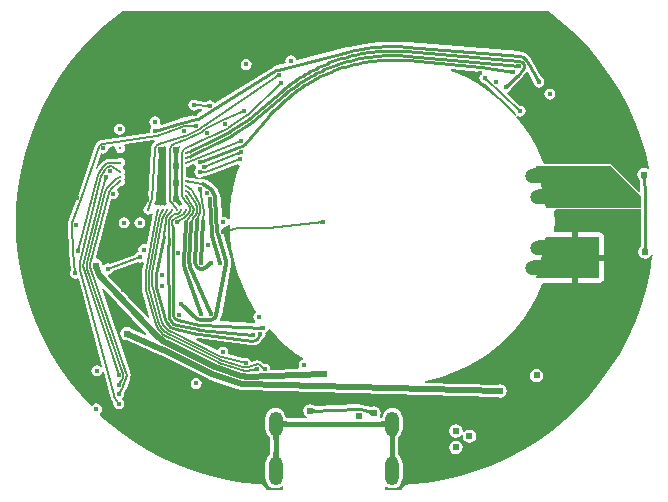
<source format=gbl>
G04*
G04 #@! TF.GenerationSoftware,Altium Limited,Altium Designer,22.5.1 (42)*
G04*
G04 Layer_Physical_Order=4*
G04 Layer_Color=16711680*
%FSLAX25Y25*%
%MOIN*%
G70*
G04*
G04 #@! TF.SameCoordinates,9CEDE495-3556-4083-ABEA-689295A2F9E5*
G04*
G04*
G04 #@! TF.FilePolarity,Positive*
G04*
G01*
G75*
%ADD10C,0.01000*%
%ADD12C,0.00600*%
%ADD57O,0.04724X0.08268*%
%ADD58O,0.04724X0.09449*%
%ADD61C,0.01500*%
%ADD62C,0.02000*%
%ADD74R,0.06299X0.03551*%
%ADD75O,0.08000X0.05000*%
%ADD76C,0.01600*%
%ADD77C,0.02400*%
%ADD78C,0.01200*%
%ADD79C,0.02362*%
%ADD80C,0.01390*%
G04:AMPARAMS|DCode=81|XSize=137.8mil|YSize=118.11mil|CornerRadius=11.81mil|HoleSize=0mil|Usage=FLASHONLY|Rotation=180.000|XOffset=0mil|YOffset=0mil|HoleType=Round|Shape=RoundedRectangle|*
%AMROUNDEDRECTD81*
21,1,0.13780,0.09449,0,0,180.0*
21,1,0.11417,0.11811,0,0,180.0*
1,1,0.02362,-0.05709,0.04724*
1,1,0.02362,0.05709,0.04724*
1,1,0.02362,0.05709,-0.04724*
1,1,0.02362,-0.05709,-0.04724*
%
%ADD81ROUNDEDRECTD81*%
G36*
X238450Y248444D02*
X238435Y248457D01*
X238412Y248469D01*
X238381Y248481D01*
X238341Y248492D01*
X238292Y248503D01*
X238170Y248524D01*
X237925Y248552D01*
X238014Y249548D01*
X238105Y249540D01*
X238434Y249531D01*
X238476Y249535D01*
X238509Y249541D01*
X238534Y249550D01*
X238551Y249559D01*
X238450Y248444D01*
D02*
G37*
G36*
X236373Y247447D02*
X236701Y247419D01*
X236743Y247420D01*
X236776Y247424D01*
X236802Y247431D01*
X236820Y247440D01*
X236651Y246332D01*
X236637Y246346D01*
X236614Y246360D01*
X236584Y246374D01*
X236544Y246387D01*
X236497Y246401D01*
X236376Y246429D01*
X236133Y246472D01*
X236283Y247461D01*
X236373Y247447D01*
D02*
G37*
G36*
X159037Y245117D02*
X158966Y245129D01*
X158896Y245135D01*
X158826Y245135D01*
X158756Y245129D01*
X158688Y245117D01*
X158619Y245100D01*
X158552Y245076D01*
X158485Y245047D01*
X158418Y245012D01*
X158352Y244971D01*
X158018Y245469D01*
X158081Y245515D01*
X158139Y245563D01*
X158192Y245614D01*
X158239Y245667D01*
X158281Y245724D01*
X158318Y245783D01*
X158350Y245845D01*
X158376Y245910D01*
X158398Y245977D01*
X158414Y246047D01*
X159037Y245117D01*
D02*
G37*
G36*
X228504Y244848D02*
X228515Y244778D01*
X228530Y244710D01*
X228552Y244644D01*
X228579Y244579D01*
X228611Y244517D01*
X228650Y244456D01*
X228694Y244398D01*
X228743Y244341D01*
X228798Y244286D01*
X228389Y243847D01*
X228330Y243898D01*
X228270Y243944D01*
X228208Y243984D01*
X228145Y244017D01*
X228081Y244046D01*
X228015Y244068D01*
X227947Y244085D01*
X227878Y244096D01*
X227808Y244101D01*
X227736Y244101D01*
X228500Y244920D01*
X228504Y244848D01*
D02*
G37*
G36*
X245730Y244672D02*
X245906Y244394D01*
X245932Y244361D01*
X245956Y244337D01*
X245976Y244321D01*
X245994Y244312D01*
X245011Y243776D01*
X245013Y243796D01*
X245010Y243822D01*
X245003Y243855D01*
X244990Y243894D01*
X244972Y243941D01*
X244922Y244053D01*
X244808Y244273D01*
X245686Y244752D01*
X245730Y244672D01*
D02*
G37*
G36*
X159872Y242500D02*
X159800Y242500D01*
X159730Y242494D01*
X159661Y242482D01*
X159594Y242465D01*
X159528Y242442D01*
X159464Y242413D01*
X159401Y242378D01*
X159340Y242338D01*
X159280Y242292D01*
X159222Y242240D01*
X158808Y242675D01*
X158863Y242730D01*
X158912Y242788D01*
X158955Y242847D01*
X158993Y242908D01*
X159025Y242970D01*
X159051Y243035D01*
X159072Y243102D01*
X159087Y243170D01*
X159096Y243240D01*
X159100Y243312D01*
X159872Y242500D01*
D02*
G37*
G36*
X235912Y242303D02*
X235847Y242240D01*
X235623Y241998D01*
X235599Y241964D01*
X235581Y241935D01*
X235571Y241911D01*
X235567Y241892D01*
X234795Y242703D01*
X234814Y242706D01*
X234839Y242715D01*
X234869Y242731D01*
X234904Y242754D01*
X234944Y242783D01*
X235040Y242861D01*
X235222Y243027D01*
X235912Y242303D01*
D02*
G37*
G36*
X250146Y266307D02*
X254575Y262672D01*
X258756Y258756D01*
X262672Y254575D01*
X266307Y250146D01*
X269644Y245489D01*
X272669Y240624D01*
X275370Y235572D01*
X277734Y230353D01*
X279752Y224992D01*
X281415Y219509D01*
X282494Y214882D01*
X282052Y214576D01*
X281758Y214772D01*
X280900Y214943D01*
X280042Y214772D01*
X279314Y214286D01*
X278828Y213558D01*
X278657Y212700D01*
X278828Y211842D01*
X279314Y211114D01*
X279439Y211030D01*
X279602Y207156D01*
X279145Y206955D01*
X270116Y215984D01*
X269733Y216142D01*
X269733Y216142D01*
X247484D01*
X246946Y217601D01*
X245163Y221467D01*
X243083Y225182D01*
X240718Y228722D01*
X238082Y232065D01*
X238449Y232404D01*
X238898Y232104D01*
X239600Y231965D01*
X240302Y232104D01*
X240898Y232502D01*
X241296Y233098D01*
X241435Y233800D01*
X241296Y234502D01*
X240898Y235098D01*
X240302Y235496D01*
X239600Y235635D01*
X239580Y235631D01*
X235214Y239704D01*
X235351Y240185D01*
X235470Y240208D01*
X236065Y240606D01*
X236463Y241201D01*
X236513Y241454D01*
X239596Y244389D01*
X239616Y244418D01*
X239654Y244446D01*
X239778Y244608D01*
X239871Y244685D01*
X241640Y246835D01*
X241655Y246862D01*
X241978Y246911D01*
X242238Y246837D01*
X243966Y243668D01*
X243940Y243543D01*
X244080Y242840D01*
X244478Y242245D01*
X245074Y241847D01*
X245776Y241707D01*
X246478Y241847D01*
X247074Y242245D01*
X247471Y242840D01*
X247611Y243543D01*
X247471Y244245D01*
X247074Y244840D01*
X246659Y245117D01*
X243310Y251262D01*
X243305Y251267D01*
X243262Y251371D01*
X242493Y252374D01*
X241490Y253143D01*
X240323Y253627D01*
X239619Y253719D01*
X239465Y253764D01*
X202274Y256818D01*
X201780Y256868D01*
X201576Y256892D01*
X201283Y256904D01*
X196850Y257078D01*
X192125Y256892D01*
X187429Y256336D01*
X182791Y255414D01*
X181915Y255167D01*
X181854Y255164D01*
X165266Y250898D01*
X164843Y251164D01*
X164796Y251402D01*
X164398Y251998D01*
X163802Y252396D01*
X163100Y252535D01*
X162398Y252396D01*
X161802Y251998D01*
X161404Y251402D01*
X161265Y250700D01*
X161404Y249998D01*
X161365Y249894D01*
X158371Y249125D01*
X158356Y249117D01*
X158338Y249115D01*
X157536Y248782D01*
X157484Y248743D01*
X157441Y248727D01*
X137679Y236426D01*
X137298Y236998D01*
X136702Y237396D01*
X136000Y237535D01*
X135298Y237396D01*
X134792Y237058D01*
X132016Y237131D01*
X132012Y237137D01*
X131416Y237535D01*
X130714Y237675D01*
X130012Y237535D01*
X129416Y237137D01*
X129019Y236542D01*
X128879Y235839D01*
X129019Y235137D01*
X129416Y234542D01*
X130012Y234144D01*
X130714Y234004D01*
X131416Y234144D01*
X131922Y234482D01*
X133440Y234442D01*
X133565Y233957D01*
X131302Y232629D01*
X131292Y232645D01*
X131221Y232616D01*
X130738Y232487D01*
X126445Y231502D01*
X126415Y231488D01*
X126288Y231471D01*
X126123Y231403D01*
X126065Y231396D01*
X119924Y229397D01*
X119535Y229796D01*
X119632Y230284D01*
X119492Y230987D01*
X119095Y231582D01*
X118499Y231980D01*
X117797Y232120D01*
X117095Y231980D01*
X116499Y231582D01*
X116101Y230987D01*
X115962Y230284D01*
X116101Y229582D01*
X116499Y228987D01*
X116573Y228937D01*
X116592Y228323D01*
X116280Y227856D01*
X116140Y227153D01*
X116173Y226988D01*
X115884Y226580D01*
X100190Y224358D01*
X100073Y224317D01*
X99843Y224287D01*
X99138Y223995D01*
X98532Y223530D01*
X98067Y222924D01*
X97899Y222519D01*
X97826Y222392D01*
X92116Y205377D01*
X91938Y204920D01*
X91933Y204909D01*
X91956Y204900D01*
X88892Y197072D01*
X88872Y196958D01*
X88792Y196765D01*
X88692Y196008D01*
X88704Y195916D01*
X88696Y195856D01*
X89158Y186949D01*
X89180Y186860D01*
X89173Y186768D01*
X89854Y180872D01*
X89615Y180514D01*
X89476Y179812D01*
X89615Y179110D01*
X90013Y178514D01*
X90609Y178116D01*
X91311Y177977D01*
X92013Y178116D01*
X92427Y177960D01*
X100232Y148698D01*
X99770Y148489D01*
X99698Y148598D01*
X99102Y148996D01*
X98400Y149135D01*
X97698Y148996D01*
X97102Y148598D01*
X96704Y148002D01*
X96565Y147300D01*
X96704Y146598D01*
X97102Y146002D01*
X97698Y145604D01*
X98400Y145465D01*
X99102Y145604D01*
X99698Y146002D01*
X100096Y146598D01*
X100172Y146983D01*
X100685Y146999D01*
X102873Y138796D01*
X102875Y138793D01*
X102875Y138793D01*
X103167Y138087D01*
X103176Y138075D01*
X103180Y138064D01*
X103939Y136776D01*
X103865Y136400D01*
X104004Y135698D01*
X104402Y135102D01*
X104998Y134704D01*
X105700Y134565D01*
X106402Y134704D01*
X106998Y135102D01*
X107396Y135698D01*
X107535Y136400D01*
X107396Y137102D01*
X106998Y137698D01*
X106957Y137725D01*
Y138225D01*
X106998Y138252D01*
X107396Y138847D01*
X107535Y139550D01*
X107460Y139926D01*
X108220Y141213D01*
X108224Y141225D01*
X108233Y141237D01*
X108358Y141538D01*
X108435Y141661D01*
X109464Y144372D01*
X109481Y144476D01*
X109597Y144756D01*
X109734Y145800D01*
X109597Y146844D01*
X109515Y147043D01*
X109505Y147113D01*
X100050Y174644D01*
X100478Y174903D01*
X114932Y159634D01*
X114644Y159225D01*
X110139Y161207D01*
X110086Y161286D01*
X109358Y161772D01*
X108500Y161943D01*
X107642Y161772D01*
X106914Y161286D01*
X106428Y160558D01*
X106257Y159700D01*
X106428Y158842D01*
X106914Y158114D01*
X107642Y157628D01*
X108500Y157457D01*
X108524Y157462D01*
X119365Y152694D01*
X119813Y152485D01*
X119815Y152484D01*
X119829Y152489D01*
X135848Y144440D01*
X136006Y144397D01*
X136516Y144124D01*
X137139Y143935D01*
X137295Y143848D01*
X145232Y141295D01*
X145443Y141271D01*
X146236Y141030D01*
X147612Y140895D01*
X147745Y140864D01*
X147757Y140864D01*
X147757Y140864D01*
X147758Y140864D01*
X231926Y138551D01*
X232013Y138493D01*
X232872Y138322D01*
X233730Y138493D01*
X234458Y138979D01*
X234944Y139707D01*
X235115Y140565D01*
X234944Y141424D01*
X234458Y142151D01*
X233730Y142638D01*
X232872Y142808D01*
X232013Y142638D01*
X232001Y142629D01*
X207866Y143292D01*
X207824Y143791D01*
X209508Y144126D01*
X213606Y145281D01*
X217601Y146755D01*
X221467Y148537D01*
X225182Y150618D01*
X228722Y152983D01*
X232065Y155619D01*
X235192Y158509D01*
X238082Y161635D01*
X240718Y164979D01*
X243083Y168519D01*
X245163Y172234D01*
X246946Y176100D01*
X247085Y176477D01*
X265790D01*
X266258Y176570D01*
X266655Y176835D01*
X267065Y177245D01*
X267330Y177642D01*
X267424Y178110D01*
Y191990D01*
X267330Y192458D01*
X267065Y192855D01*
X266655Y193265D01*
X266258Y193530D01*
X265790Y193623D01*
X251307D01*
X250961Y193984D01*
X251073Y196850D01*
X250924Y200660D01*
X251390Y201160D01*
X279667D01*
X279670Y188524D01*
X279614Y188486D01*
X279128Y187758D01*
X278957Y186900D01*
X279128Y186042D01*
X279614Y185314D01*
X280342Y184828D01*
X281200Y184657D01*
X282058Y184828D01*
X282786Y185314D01*
X283197Y185929D01*
X283682Y185755D01*
X283649Y185423D01*
X282716Y179771D01*
X281415Y174191D01*
X279752Y168709D01*
X277734Y163347D01*
X275370Y158129D01*
X272669Y153076D01*
X269644Y148211D01*
X266307Y143554D01*
X262672Y139126D01*
X258756Y134944D01*
X254575Y131028D01*
X250146Y127394D01*
X245490Y124057D01*
X240624Y121031D01*
X235572Y118331D01*
X230354Y115966D01*
X224992Y113949D01*
X219510Y112285D01*
X213930Y110985D01*
X208278Y110051D01*
X203069Y109538D01*
X202576Y109493D01*
Y109493D01*
X201990Y109416D01*
X201260Y109114D01*
X200633Y108633D01*
X200152Y108006D01*
X199973Y107574D01*
X196851D01*
X196850Y107574D01*
X196850Y107574D01*
X194426D01*
Y108736D01*
X194926Y108983D01*
X195293Y108701D01*
X196110Y108362D01*
X196988Y108247D01*
X197866Y108362D01*
X198684Y108701D01*
X199386Y109240D01*
X199925Y109942D01*
X200264Y110760D01*
X200379Y111638D01*
Y116362D01*
X200264Y117240D01*
X199925Y118058D01*
X199386Y118760D01*
X198773Y119231D01*
Y125108D01*
X199386Y125578D01*
X199925Y126281D01*
X200264Y127099D01*
X200379Y127976D01*
Y131520D01*
X200264Y132397D01*
X199925Y133215D01*
X199386Y133918D01*
X198684Y134457D01*
X197866Y134795D01*
X196988Y134911D01*
X196110Y134795D01*
X195293Y134457D01*
X194590Y133918D01*
X194051Y133215D01*
X193712Y132397D01*
X193599Y131532D01*
X192935D01*
X192668Y132032D01*
X192868Y132332D01*
X193039Y133190D01*
X192868Y134048D01*
X192382Y134776D01*
X191654Y135262D01*
X190796Y135433D01*
X189937Y135262D01*
X189717Y135115D01*
X186910Y135965D01*
X186873Y135969D01*
X186792Y136002D01*
X185800Y136133D01*
X185702Y136120D01*
X185659Y136127D01*
X171082Y135589D01*
X170358Y136072D01*
X169500Y136243D01*
X168642Y136072D01*
X167914Y135586D01*
X167428Y134858D01*
X167257Y134000D01*
X167428Y133142D01*
X167914Y132414D01*
X168485Y132032D01*
X168333Y131532D01*
X161401D01*
X161287Y132397D01*
X160949Y133215D01*
X160410Y133918D01*
X159707Y134457D01*
X158889Y134795D01*
X158012Y134911D01*
X157134Y134795D01*
X156316Y134457D01*
X155614Y133918D01*
X155075Y133215D01*
X154736Y132397D01*
X154621Y131520D01*
Y127976D01*
X154736Y127099D01*
X155075Y126281D01*
X155614Y125578D01*
X156228Y125108D01*
Y119231D01*
X155614Y118760D01*
X155075Y118058D01*
X154736Y117240D01*
X154621Y116362D01*
Y111638D01*
X154736Y110760D01*
X155075Y109942D01*
X155614Y109240D01*
X156316Y108701D01*
X157134Y108362D01*
X158012Y108247D01*
X158889Y108362D01*
X159707Y108701D01*
X160151Y109041D01*
X160651Y108794D01*
Y107574D01*
X155119Y107574D01*
X154917Y108062D01*
X154436Y108689D01*
X153809Y109169D01*
X153079Y109472D01*
X152519Y109546D01*
X152521Y109566D01*
X147590Y110051D01*
X141937Y110985D01*
X136358Y112285D01*
X130876Y113949D01*
X125514Y115966D01*
X120296Y118331D01*
X115243Y121031D01*
X110378Y124057D01*
X105721Y127394D01*
X101293Y131028D01*
X99464Y132742D01*
X99504Y133240D01*
X99598Y133302D01*
X99996Y133898D01*
X100135Y134600D01*
X99996Y135302D01*
X99598Y135898D01*
X99002Y136296D01*
X98300Y136435D01*
X97598Y136296D01*
X97002Y135898D01*
X96899Y135744D01*
X96401Y135703D01*
X93195Y139126D01*
X89561Y143554D01*
X86224Y148211D01*
X83198Y153076D01*
X80498Y158129D01*
X78133Y163347D01*
X76115Y168709D01*
X74452Y174191D01*
X73151Y179771D01*
X72218Y185423D01*
X71657Y191124D01*
X71469Y196850D01*
X71657Y202576D01*
X72218Y208278D01*
X73151Y213930D01*
X74452Y219510D01*
X76115Y224992D01*
X78133Y230354D01*
X80498Y235572D01*
X83198Y240624D01*
X86224Y245490D01*
X89561Y250146D01*
X93195Y254575D01*
X97111Y258756D01*
X101293Y262672D01*
X105721Y266307D01*
X106864Y267126D01*
X249003D01*
X250146Y266307D01*
D02*
G37*
G36*
X131351Y236333D02*
X131405Y236288D01*
X131462Y236247D01*
X131522Y236212D01*
X131585Y236181D01*
X131650Y236156D01*
X131719Y236136D01*
X131791Y236122D01*
X131866Y236112D01*
X131943Y236107D01*
X131927Y235507D01*
X131850Y235507D01*
X131775Y235501D01*
X131702Y235490D01*
X131632Y235473D01*
X131565Y235452D01*
X131501Y235425D01*
X131439Y235393D01*
X131380Y235355D01*
X131324Y235313D01*
X131271Y235264D01*
X131300Y236384D01*
X131351Y236333D01*
D02*
G37*
G36*
X135414Y235155D02*
X135363Y235206D01*
X135309Y235252D01*
X135252Y235292D01*
X135192Y235328D01*
X135129Y235358D01*
X135064Y235383D01*
X134995Y235403D01*
X134923Y235418D01*
X134848Y235428D01*
X134771Y235432D01*
X134787Y236032D01*
X134864Y236033D01*
X134940Y236038D01*
X135012Y236050D01*
X135082Y236066D01*
X135149Y236088D01*
X135213Y236115D01*
X135275Y236147D01*
X135334Y236184D01*
X135390Y236227D01*
X135444Y236275D01*
X135414Y235155D01*
D02*
G37*
G36*
X238970Y234802D02*
X239030Y234756D01*
X239091Y234717D01*
X239155Y234683D01*
X239219Y234654D01*
X239285Y234632D01*
X239353Y234615D01*
X239422Y234604D01*
X239492Y234599D01*
X239564Y234599D01*
X238800Y233780D01*
X238796Y233852D01*
X238785Y233922D01*
X238770Y233990D01*
X238748Y234056D01*
X238721Y234121D01*
X238689Y234183D01*
X238650Y234244D01*
X238607Y234302D01*
X238557Y234359D01*
X238502Y234414D01*
X238911Y234853D01*
X238970Y234802D01*
D02*
G37*
G36*
X147278Y233067D02*
X147211Y233094D01*
X147144Y233114D01*
X147075Y233129D01*
X147006Y233138D01*
X146937Y233141D01*
X146866Y233137D01*
X146795Y233129D01*
X146723Y233114D01*
X146651Y233093D01*
X146578Y233067D01*
X146354Y233624D01*
X146426Y233655D01*
X146492Y233690D01*
X146554Y233729D01*
X146612Y233772D01*
X146665Y233818D01*
X146713Y233868D01*
X146757Y233922D01*
X146796Y233980D01*
X146831Y234042D01*
X146861Y234107D01*
X147278Y233067D01*
D02*
G37*
G36*
X226206Y246941D02*
X226205Y246932D01*
X226219Y246926D01*
X226406Y246789D01*
X226429Y246216D01*
X226402Y246198D01*
X226004Y245602D01*
X225865Y244900D01*
X226004Y244198D01*
X226402Y243602D01*
X226998Y243204D01*
X227700Y243065D01*
X227720Y243069D01*
X237789Y233676D01*
X237904Y233098D01*
X238155Y232723D01*
X237761Y232412D01*
X235192Y235192D01*
X232065Y238082D01*
X228722Y240718D01*
X225182Y243083D01*
X221467Y245163D01*
X217601Y246946D01*
X216438Y247375D01*
X216549Y247862D01*
X226206Y246941D01*
D02*
G37*
G36*
X131085Y228441D02*
X131030Y228487D01*
X130972Y228528D01*
X130912Y228564D01*
X130849Y228594D01*
X130784Y228619D01*
X130716Y228638D01*
X130646Y228652D01*
X130573Y228661D01*
X130498Y228665D01*
X130420Y228663D01*
X130385Y229261D01*
X130463Y229269D01*
X130537Y229281D01*
X130608Y229298D01*
X130676Y229320D01*
X130741Y229348D01*
X130803Y229380D01*
X130862Y229417D01*
X130917Y229460D01*
X130970Y229507D01*
X131019Y229559D01*
X131085Y228441D01*
D02*
G37*
G36*
X119181Y227020D02*
X119094Y226991D01*
X118788Y226870D01*
X118752Y226850D01*
X118724Y226831D01*
X118704Y226814D01*
X118692Y226798D01*
X118345Y227863D01*
X118364Y227857D01*
X118390Y227855D01*
X118424Y227856D01*
X118465Y227861D01*
X118514Y227870D01*
X118634Y227900D01*
X118871Y227971D01*
X119181Y227020D01*
D02*
G37*
G36*
X146053Y223209D02*
X145986Y223236D01*
X145919Y223256D01*
X145850Y223271D01*
X145781Y223280D01*
X145712Y223283D01*
X145641Y223280D01*
X145570Y223272D01*
X145498Y223257D01*
X145426Y223237D01*
X145353Y223211D01*
X145132Y223768D01*
X145203Y223799D01*
X145269Y223834D01*
X145332Y223873D01*
X145389Y223916D01*
X145442Y223962D01*
X145491Y224012D01*
X145535Y224066D01*
X145575Y224123D01*
X145610Y224185D01*
X145640Y224250D01*
X146053Y223209D01*
D02*
G37*
G36*
X129152Y219919D02*
X129093Y219895D01*
X128987Y219845D01*
X128942Y219818D01*
X128902Y219792D01*
X128866Y219764D01*
X128836Y219736D01*
X128810Y219707D01*
X128789Y219677D01*
X128773Y219646D01*
X128475Y220431D01*
X128507Y220419D01*
X128542Y220411D01*
X128581Y220406D01*
X128622Y220406D01*
X128667Y220408D01*
X128715Y220415D01*
X128766Y220426D01*
X128821Y220440D01*
X128939Y220480D01*
X129152Y219919D01*
D02*
G37*
G36*
X117708Y223656D02*
X117409Y223426D01*
X116880Y222737D01*
X116547Y221934D01*
X116478Y221409D01*
X116443Y221276D01*
X115416Y204531D01*
X115397Y204532D01*
X115363Y204359D01*
X115363Y204359D01*
X115374Y204335D01*
X114664Y202271D01*
X114472Y202143D01*
X114118Y201613D01*
X113994Y200989D01*
X114118Y200365D01*
X114472Y199835D01*
X115001Y199482D01*
X115625Y199358D01*
X116250Y199482D01*
X116623Y199732D01*
X117071Y199441D01*
X116937Y198842D01*
X116884Y198609D01*
X116837Y198454D01*
X116828Y198361D01*
X116743Y197871D01*
X115191Y189602D01*
X114652Y189438D01*
X114055Y189557D01*
X113353Y189417D01*
X112757Y189019D01*
X112359Y188424D01*
X112220Y187721D01*
X112359Y187019D01*
X112154Y186907D01*
X112098Y186896D01*
X111502Y186498D01*
X111184Y186022D01*
X102830Y182977D01*
X102802Y182996D01*
X102100Y183135D01*
X101398Y182996D01*
X100802Y182598D01*
X100280Y182716D01*
X100172Y183258D01*
X99686Y183986D01*
X98958Y184472D01*
X98481Y184567D01*
X98106Y185115D01*
X103152Y204602D01*
X103175Y204611D01*
X103877Y204471D01*
X104579Y204611D01*
X105175Y205009D01*
X105573Y205604D01*
X105712Y206307D01*
X105573Y207009D01*
X105175Y207604D01*
X105163Y207793D01*
X106367Y208844D01*
X106801Y208931D01*
X107330Y209284D01*
X107684Y209813D01*
X107808Y210438D01*
X107684Y211062D01*
X107575Y211225D01*
X107684Y211388D01*
X107808Y212013D01*
X107684Y212637D01*
X107575Y212800D01*
X107684Y212963D01*
X107808Y213587D01*
X107684Y214212D01*
X107330Y214741D01*
X107149Y214861D01*
Y215463D01*
X107330Y215583D01*
X107684Y216113D01*
X107808Y216737D01*
X107684Y217361D01*
X107330Y217891D01*
X106801Y218244D01*
X106176Y218368D01*
X105552Y218244D01*
X105224Y218025D01*
X102729Y217923D01*
X102645Y217902D01*
X101849Y217798D01*
X100876Y217395D01*
X100041Y216753D01*
X99628Y216215D01*
X99539Y216126D01*
X98544Y214625D01*
X98090Y214847D01*
X99721Y219706D01*
X99898Y219766D01*
X100600Y219626D01*
X101302Y219766D01*
X101898Y220164D01*
X102296Y220759D01*
X102435Y221461D01*
X102402Y221627D01*
X102692Y222035D01*
X104225Y222252D01*
X104613Y221802D01*
X104545Y221461D01*
X104669Y220837D01*
X105023Y220308D01*
X105552Y219954D01*
X106176Y219830D01*
X106801Y219954D01*
X107330Y220308D01*
X107684Y220837D01*
X107808Y221461D01*
X107684Y222086D01*
X107591Y222224D01*
X107833Y222763D01*
X117508Y224133D01*
X117708Y223656D01*
D02*
G37*
G36*
X146018Y219365D02*
X145951Y219391D01*
X145883Y219411D01*
X145815Y219425D01*
X145746Y219433D01*
X145676Y219436D01*
X145606Y219432D01*
X145535Y219423D01*
X145463Y219408D01*
X145391Y219387D01*
X145318Y219360D01*
X145091Y219916D01*
X145162Y219947D01*
X145228Y219983D01*
X145290Y220022D01*
X145347Y220065D01*
X145400Y220112D01*
X145448Y220162D01*
X145492Y220217D01*
X145531Y220275D01*
X145565Y220336D01*
X145595Y220402D01*
X146018Y219365D01*
D02*
G37*
G36*
X129153Y218296D02*
X129092Y218275D01*
X128984Y218230D01*
X128938Y218207D01*
X128896Y218182D01*
X128859Y218156D01*
X128827Y218129D01*
X128800Y218102D01*
X128778Y218073D01*
X128760Y218043D01*
X128503Y218843D01*
X128534Y218829D01*
X128569Y218819D01*
X128607Y218812D01*
X128649Y218809D01*
X128694Y218810D01*
X128742Y218814D01*
X128794Y218822D01*
X128849Y218833D01*
X128969Y218867D01*
X129153Y218296D01*
D02*
G37*
G36*
X133944Y216709D02*
X133860Y216676D01*
X133561Y216538D01*
X133525Y216516D01*
X133498Y216495D01*
X133479Y216477D01*
X133468Y216461D01*
X133065Y217506D01*
X133084Y217501D01*
X133110Y217500D01*
X133144Y217503D01*
X133185Y217511D01*
X133233Y217522D01*
X133352Y217558D01*
X133584Y217642D01*
X133944Y216709D01*
D02*
G37*
G36*
X129152Y216783D02*
X129092Y216758D01*
X128988Y216706D01*
X128943Y216679D01*
X128903Y216652D01*
X128868Y216623D01*
X128838Y216595D01*
X128813Y216565D01*
X128792Y216535D01*
X128777Y216505D01*
X128467Y217285D01*
X128499Y217274D01*
X128535Y217266D01*
X128573Y217262D01*
X128615Y217262D01*
X128660Y217265D01*
X128708Y217272D01*
X128759Y217284D01*
X128813Y217299D01*
X128931Y217340D01*
X129152Y216783D01*
D02*
G37*
G36*
X145853Y217079D02*
X145787Y217108D01*
X145720Y217130D01*
X145652Y217147D01*
X145584Y217159D01*
X145514Y217164D01*
X145444Y217163D01*
X145372Y217157D01*
X145300Y217144D01*
X145227Y217126D01*
X145153Y217102D01*
X144949Y217667D01*
X145021Y217695D01*
X145089Y217728D01*
X145152Y217765D01*
X145211Y217806D01*
X145266Y217850D01*
X145316Y217899D01*
X145362Y217951D01*
X145403Y218008D01*
X145440Y218068D01*
X145472Y218132D01*
X145853Y217079D01*
D02*
G37*
G36*
X105765Y216300D02*
X105739Y216322D01*
X105708Y216341D01*
X105673Y216357D01*
X105634Y216371D01*
X105590Y216383D01*
X105543Y216392D01*
X105491Y216398D01*
X105435Y216402D01*
X105310Y216401D01*
X105285Y217001D01*
X105350Y217005D01*
X105465Y217019D01*
X105517Y217030D01*
X105563Y217042D01*
X105606Y217057D01*
X105644Y217074D01*
X105677Y217094D01*
X105706Y217115D01*
X105731Y217139D01*
X105765Y216300D01*
D02*
G37*
G36*
X135467Y215341D02*
X135396Y215310D01*
X135330Y215274D01*
X135268Y215235D01*
X135211Y215192D01*
X135158Y215145D01*
X135110Y215095D01*
X135066Y215040D01*
X135027Y214982D01*
X134993Y214921D01*
X134963Y214855D01*
X134540Y215892D01*
X134607Y215866D01*
X134675Y215846D01*
X134743Y215832D01*
X134812Y215824D01*
X134882Y215821D01*
X134953Y215825D01*
X135024Y215834D01*
X135095Y215849D01*
X135168Y215870D01*
X135240Y215897D01*
X135467Y215341D01*
D02*
G37*
G36*
X133322Y214080D02*
X133377Y214035D01*
X133434Y213996D01*
X133494Y213961D01*
X133558Y213931D01*
X133624Y213907D01*
X133693Y213888D01*
X133765Y213874D01*
X133839Y213865D01*
X133917Y213862D01*
X133909Y213262D01*
X133832Y213260D01*
X133756Y213253D01*
X133684Y213241D01*
X133615Y213224D01*
X133548Y213201D01*
X133484Y213174D01*
X133423Y213141D01*
X133364Y213103D01*
X133309Y213059D01*
X133256Y213010D01*
X133270Y214130D01*
X133322Y214080D01*
D02*
G37*
G36*
X281714Y211807D02*
X281659Y211729D01*
X281611Y211646D01*
X281571Y211558D01*
X281538Y211464D01*
X281511Y211364D01*
X281492Y211259D01*
X281479Y211149D01*
X281474Y211033D01*
X281476Y210912D01*
X280476Y210870D01*
X280468Y210991D01*
X280453Y211106D01*
X280431Y211215D01*
X280403Y211318D01*
X280368Y211415D01*
X280327Y211505D01*
X280279Y211590D01*
X280225Y211669D01*
X280164Y211742D01*
X280097Y211808D01*
X281775Y211879D01*
X281714Y211807D01*
D02*
G37*
G36*
X101881Y211096D02*
X101819Y211060D01*
X101761Y211019D01*
X101708Y210974D01*
X101658Y210925D01*
X101613Y210871D01*
X101573Y210814D01*
X101536Y210753D01*
X101504Y210687D01*
X101475Y210617D01*
X101451Y210543D01*
X100875Y210708D01*
X100894Y210784D01*
X100907Y210858D01*
X100914Y210931D01*
X100916Y211002D01*
X100912Y211073D01*
X100902Y211142D01*
X100886Y211210D01*
X100864Y211276D01*
X100837Y211341D01*
X100804Y211405D01*
X101881Y211096D01*
D02*
G37*
G36*
X128727Y210771D02*
X128754Y210747D01*
X128785Y210724D01*
X128822Y210704D01*
X128862Y210685D01*
X128908Y210668D01*
X128958Y210652D01*
X129012Y210639D01*
X129135Y210618D01*
X129055Y210023D01*
X128991Y210031D01*
X128875Y210036D01*
X128823Y210035D01*
X128774Y210031D01*
X128730Y210023D01*
X128690Y210013D01*
X128653Y210000D01*
X128621Y209983D01*
X128592Y209964D01*
X128704Y210797D01*
X128727Y210771D01*
D02*
G37*
G36*
X106130Y209840D02*
X106096Y209840D01*
X106059Y209836D01*
X106022Y209826D01*
X105982Y209813D01*
X105941Y209795D01*
X105899Y209772D01*
X105854Y209744D01*
X105808Y209712D01*
X105711Y209633D01*
X105316Y210085D01*
X105364Y210129D01*
X105446Y210212D01*
X105479Y210252D01*
X105507Y210292D01*
X105531Y210330D01*
X105550Y210367D01*
X105564Y210403D01*
X105573Y210438D01*
X105577Y210472D01*
X106130Y209840D01*
D02*
G37*
G36*
X133503Y207293D02*
X133469Y207231D01*
X133441Y207167D01*
X133419Y207101D01*
X133402Y207034D01*
X133391Y206964D01*
X133385Y206893D01*
X133385Y206820D01*
X133390Y206745D01*
X133402Y206667D01*
X132811Y206561D01*
X132795Y206638D01*
X132774Y206710D01*
X132748Y206779D01*
X132718Y206843D01*
X132683Y206905D01*
X132644Y206962D01*
X132600Y207016D01*
X132551Y207066D01*
X132498Y207113D01*
X132440Y207156D01*
X133543Y207354D01*
X133503Y207293D01*
D02*
G37*
G36*
X128801Y205538D02*
X128799Y205502D01*
X128802Y205463D01*
X128810Y205422D01*
X128821Y205379D01*
X128837Y205333D01*
X128857Y205285D01*
X128882Y205234D01*
X128944Y205126D01*
X128434Y204808D01*
X128399Y204862D01*
X128330Y204956D01*
X128295Y204995D01*
X128261Y205030D01*
X128227Y205059D01*
X128193Y205084D01*
X128160Y205103D01*
X128127Y205118D01*
X128094Y205128D01*
X128807Y205572D01*
X128801Y205538D01*
D02*
G37*
G36*
X121549Y221802D02*
X121453Y221072D01*
X121456D01*
Y204572D01*
X121453D01*
X121567Y203711D01*
X121816Y203109D01*
X121627Y202627D01*
X121547Y202545D01*
X121300Y202496D01*
X121137Y202387D01*
X120974Y202496D01*
X120350Y202620D01*
X119725Y202496D01*
X119562Y202387D01*
X119399Y202496D01*
X118775Y202620D01*
X118150Y202496D01*
X118051Y202430D01*
X117633Y202752D01*
X117887Y203491D01*
X117897Y203566D01*
X117958Y203711D01*
X118027Y204236D01*
X118062Y204369D01*
X119060Y220635D01*
X119107Y221113D01*
D01*
X119291Y221537D01*
X119294Y221541D01*
X119509Y221685D01*
X119571Y221697D01*
X119565Y221718D01*
X121197Y222217D01*
X121549Y221802D01*
D02*
G37*
G36*
X126434Y221917D02*
X126298Y221812D01*
X125865Y221248D01*
X125593Y220591D01*
X125505Y219919D01*
X125498Y219887D01*
Y205713D01*
X125505Y205681D01*
X125593Y205009D01*
X125865Y204352D01*
X125979Y204203D01*
X126028Y204098D01*
X126790Y203063D01*
X126515Y202594D01*
X126024Y202496D01*
X125861Y202387D01*
X125796Y202431D01*
X125533Y202774D01*
X125473Y202868D01*
X124293Y204107D01*
X124304Y204117D01*
X124170Y204319D01*
X124119Y204572D01*
X124107D01*
Y221072D01*
X124119D01*
X124170Y221326D01*
X124313Y221541D01*
X124528Y221685D01*
X124538Y221687D01*
X124533Y221699D01*
X126185Y222356D01*
X126434Y221917D01*
D02*
G37*
G36*
X279696Y205639D02*
Y201701D01*
X248142D01*
X247900Y202890D01*
X246887Y207867D01*
X246442Y209604D01*
X245300Y214053D01*
X244826Y215601D01*
X269733D01*
X279696Y205639D01*
D02*
G37*
G36*
X116195Y201723D02*
X116175Y201662D01*
X116146Y201549D01*
X116138Y201497D01*
X116132Y201449D01*
X116131Y201404D01*
X116133Y201363D01*
X116139Y201324D01*
X116148Y201289D01*
X116162Y201258D01*
X115367Y201531D01*
X115397Y201548D01*
X115426Y201569D01*
X115454Y201596D01*
X115482Y201627D01*
X115508Y201664D01*
X115534Y201705D01*
X115559Y201751D01*
X115582Y201802D01*
X115628Y201918D01*
X116195Y201723D01*
D02*
G37*
G36*
X119091Y200479D02*
X119063Y200459D01*
X119037Y200434D01*
X119012Y200405D01*
X118988Y200370D01*
X118966Y200331D01*
X118945Y200288D01*
X118926Y200239D01*
X118908Y200186D01*
X118876Y200065D01*
X118290Y200196D01*
X118303Y200259D01*
X118319Y200375D01*
X118322Y200427D01*
X118322Y200475D01*
X118318Y200520D01*
X118312Y200561D01*
X118301Y200599D01*
X118288Y200632D01*
X118272Y200662D01*
X119091Y200479D01*
D02*
G37*
G36*
X120575Y200433D02*
X120544Y200418D01*
X120513Y200398D01*
X120484Y200373D01*
X120455Y200343D01*
X120426Y200308D01*
X120398Y200269D01*
X120371Y200224D01*
X120344Y200175D01*
X120292Y200061D01*
X119737Y200290D01*
X119761Y200350D01*
X119796Y200461D01*
X119808Y200512D01*
X119816Y200560D01*
X119820Y200605D01*
X119820Y200646D01*
X119817Y200685D01*
X119809Y200720D01*
X119798Y200753D01*
X120575Y200433D01*
D02*
G37*
G36*
X131038Y216075D02*
X131436Y215480D01*
X131493Y215442D01*
Y214942D01*
X131394Y214876D01*
X130996Y214280D01*
X130856Y213578D01*
X130996Y212876D01*
X131394Y212280D01*
X131989Y211882D01*
X132692Y211743D01*
X133394Y211882D01*
X133923Y212236D01*
X134184Y212233D01*
X134201Y212236D01*
X134223Y212233D01*
X134980Y212333D01*
X135430Y212469D01*
X135504Y212499D01*
X135956Y212686D01*
X145466Y216125D01*
X145498Y216104D01*
X145777Y216049D01*
X146021Y215613D01*
X145281Y213606D01*
X144126Y209508D01*
X143821Y207977D01*
X143814Y207973D01*
X143814Y207973D01*
X143742Y207679D01*
X143717Y207486D01*
X143723Y207485D01*
X143723Y207484D01*
X143295Y205333D01*
X142795Y201105D01*
X142668Y197894D01*
X142163Y197751D01*
X141897Y198148D01*
X141302Y198546D01*
X140600Y198686D01*
X140428Y198652D01*
X140033Y198958D01*
X139713Y204668D01*
X139666Y204850D01*
X139591Y205423D01*
X139418Y205841D01*
X139371Y206030D01*
X138376Y208170D01*
X138302Y208272D01*
X138223Y208461D01*
X137632Y209232D01*
X136865Y209820D01*
X136857Y209827D01*
X135146Y210814D01*
X134751Y211042D01*
X134710Y211057D01*
X134529Y211153D01*
X134274Y211204D01*
X134112Y211259D01*
X134027Y211253D01*
X133867Y211285D01*
X133550Y211222D01*
X133439Y211214D01*
X133389Y211190D01*
X133206Y211153D01*
X133145Y211112D01*
X129324Y211627D01*
X128848Y211945D01*
X128224Y212069D01*
X128149Y212130D01*
Y215044D01*
X128224Y215106D01*
X128848Y215230D01*
X129377Y215583D01*
X129546Y215836D01*
X130664Y216279D01*
X131038Y216075D01*
D02*
G37*
G36*
X126316Y197182D02*
X126251Y197140D01*
X126191Y197095D01*
X126136Y197046D01*
X126086Y196995D01*
X126041Y196940D01*
X126002Y196883D01*
X125967Y196823D01*
X125938Y196759D01*
X125914Y196693D01*
X125894Y196623D01*
X125315Y197582D01*
X125385Y197567D01*
X125455Y197557D01*
X125525Y197554D01*
X125594Y197557D01*
X125664Y197565D01*
X125733Y197579D01*
X125801Y197600D01*
X125870Y197626D01*
X125938Y197658D01*
X126006Y197696D01*
X126316Y197182D01*
D02*
G37*
G36*
X173190Y196234D02*
X173133Y196278D01*
X173073Y196316D01*
X173011Y196349D01*
X172947Y196376D01*
X172881Y196398D01*
X172813Y196414D01*
X172742Y196425D01*
X172669Y196431D01*
X172594D01*
X172516Y196425D01*
X172454Y197022D01*
X172531Y197033D01*
X172605Y197048D01*
X172675Y197069D01*
X172742Y197094D01*
X172806Y197124D01*
X172866Y197159D01*
X172923Y197199D01*
X172977Y197244D01*
X173027Y197294D01*
X173074Y197348D01*
X173190Y196234D01*
D02*
G37*
G36*
X281703Y188590D02*
X281713Y188474D01*
X281730Y188365D01*
X281754Y188260D01*
X281785Y188162D01*
X281822Y188070D01*
X281866Y187983D01*
X281917Y187902D01*
X281975Y187827D01*
X282040Y187757D01*
X280360Y187757D01*
X280424Y187826D01*
X280482Y187902D01*
X280533Y187983D01*
X280577Y188069D01*
X280615Y188162D01*
X280645Y188260D01*
X280669Y188364D01*
X280686Y188474D01*
X280696Y188590D01*
X280700Y188711D01*
X281700Y188711D01*
X281703Y188590D01*
D02*
G37*
G36*
X92686Y188203D02*
X92668Y188127D01*
X92656Y188053D01*
X92650Y187980D01*
X92650Y187908D01*
X92655Y187838D01*
X92666Y187769D01*
X92683Y187702D01*
X92706Y187636D01*
X92734Y187571D01*
X92768Y187507D01*
X91687Y187798D01*
X91748Y187836D01*
X91805Y187877D01*
X91858Y187923D01*
X91906Y187973D01*
X91950Y188027D01*
X91990Y188085D01*
X92026Y188147D01*
X92057Y188214D01*
X92084Y188284D01*
X92106Y188358D01*
X92686Y188203D01*
D02*
G37*
G36*
X112455Y184478D02*
X112389Y184507D01*
X112322Y184529D01*
X112254Y184546D01*
X112185Y184557D01*
X112116Y184562D01*
X112045Y184561D01*
X111974Y184555D01*
X111902Y184542D01*
X111829Y184524D01*
X111755Y184500D01*
X111549Y185064D01*
X111622Y185093D01*
X111689Y185126D01*
X111752Y185162D01*
X111811Y185203D01*
X111866Y185248D01*
X111916Y185297D01*
X111961Y185349D01*
X112002Y185406D01*
X112039Y185466D01*
X112072Y185530D01*
X112455Y184478D01*
D02*
G37*
G36*
X113997Y183233D02*
X113581Y181015D01*
X113489Y180526D01*
X113489Y180526D01*
X113489Y180524D01*
X113488Y180523D01*
X113488Y180520D01*
X113488Y180520D01*
X113488Y180516D01*
X113441Y180042D01*
X113368Y179300D01*
X113374D01*
Y175728D01*
X113368D01*
X113496Y174434D01*
X113590Y174123D01*
X113596Y174030D01*
X115922Y165225D01*
X115486Y164982D01*
X102233Y178981D01*
X102406Y179526D01*
X102802Y179604D01*
X103398Y180002D01*
X103716Y180478D01*
X112070Y183523D01*
X112098Y183504D01*
X112800Y183365D01*
X113502Y183504D01*
X113544Y183532D01*
X113997Y183233D01*
D02*
G37*
G36*
X102511Y181993D02*
X102578Y181971D01*
X102646Y181954D01*
X102715Y181943D01*
X102784Y181938D01*
X102855Y181939D01*
X102926Y181945D01*
X102998Y181958D01*
X103071Y181976D01*
X103145Y182000D01*
X103350Y181437D01*
X103278Y181407D01*
X103211Y181375D01*
X103147Y181338D01*
X103089Y181297D01*
X103034Y181252D01*
X102984Y181203D01*
X102939Y181151D01*
X102898Y181094D01*
X102861Y181034D01*
X102829Y180970D01*
X102445Y182022D01*
X102511Y181993D01*
D02*
G37*
G36*
X91480Y180983D02*
X91497Y180909D01*
X91518Y180839D01*
X91544Y180773D01*
X91575Y180709D01*
X91610Y180649D01*
X91651Y180593D01*
X91696Y180540D01*
X91747Y180490D01*
X91802Y180444D01*
X90689Y180315D01*
X90732Y180373D01*
X90770Y180433D01*
X90802Y180495D01*
X90829Y180559D01*
X90850Y180625D01*
X90865Y180694D01*
X90875Y180765D01*
X90880Y180838D01*
X90879Y180913D01*
X90873Y180991D01*
X91469Y181060D01*
X91480Y180983D01*
D02*
G37*
G36*
X258884Y192561D02*
X258914Y192219D01*
X258950Y192000D01*
X265800D01*
Y186119D01*
X266038Y186079D01*
X266380Y186049D01*
X266762Y186039D01*
Y184039D01*
X266380Y184029D01*
X266038Y183999D01*
X265800Y183960D01*
Y178100D01*
X258954D01*
X258914Y177860D01*
X258884Y177518D01*
X258874Y177136D01*
X256874D01*
X256864Y177518D01*
X256834Y177860D01*
X256794Y178100D01*
X244826D01*
X245300Y179648D01*
X246442Y184097D01*
X246887Y185834D01*
X247900Y190811D01*
X248142Y192000D01*
X256798D01*
X256834Y192219D01*
X256864Y192561D01*
X256874Y192943D01*
X258874D01*
X258884Y192561D01*
D02*
G37*
G36*
X142668Y195807D02*
X142795Y192596D01*
X143295Y188368D01*
X143803Y185815D01*
X143814Y185728D01*
X143836Y185562D01*
X143869Y185483D01*
X144126Y184192D01*
X145281Y180095D01*
X146755Y176100D01*
X148537Y172234D01*
X150618Y168519D01*
X151655Y166967D01*
X151102Y166598D01*
X150704Y166002D01*
X150565Y165300D01*
X150704Y164598D01*
X151102Y164002D01*
X151312Y163862D01*
X151152Y163368D01*
X139726Y163819D01*
X139514Y164272D01*
X139578Y164355D01*
X139949Y165252D01*
X139973Y165433D01*
X140016Y165541D01*
X143161Y182600D01*
X143159Y182796D01*
X143222Y183275D01*
X143095Y184238D01*
X143074Y184289D01*
X143070Y184333D01*
X140348Y193519D01*
X140358Y193538D01*
X140335Y193595D01*
X140305Y194093D01*
X140270Y194729D01*
X140600Y195015D01*
X141302Y195155D01*
X141897Y195553D01*
X142163Y195950D01*
X142668Y195807D01*
D02*
G37*
G36*
X153321Y161191D02*
X153305Y161203D01*
X153282Y161214D01*
X153250Y161225D01*
X153209Y161234D01*
X153160Y161243D01*
X153037Y161257D01*
X152790Y161272D01*
X152830Y162271D01*
X152921Y162269D01*
X153250Y162277D01*
X153291Y162283D01*
X153324Y162291D01*
X153349Y162300D01*
X153365Y162310D01*
X153321Y161191D01*
D02*
G37*
G36*
X149770Y158607D02*
X149756Y158620D01*
X149733Y158633D01*
X149701Y158645D01*
X149662Y158658D01*
X149613Y158669D01*
X149492Y158693D01*
X149247Y158725D01*
X149358Y159719D01*
X149448Y159710D01*
X149777Y159694D01*
X149819Y159697D01*
X149852Y159703D01*
X149877Y159710D01*
X149894Y159720D01*
X149770Y158607D01*
D02*
G37*
G36*
X153041Y158703D02*
X153022Y158697D01*
X153000Y158684D01*
X152973Y158663D01*
X152943Y158635D01*
X152908Y158599D01*
X152827Y158506D01*
X152676Y158310D01*
X151871Y158904D01*
X151925Y158977D01*
X152103Y159255D01*
X152121Y159292D01*
X152133Y159324D01*
X152139Y159349D01*
X152140Y159369D01*
X153041Y158703D01*
D02*
G37*
G36*
X158509Y158509D02*
X161635Y155619D01*
X164979Y152983D01*
X167101Y151566D01*
X166995Y151035D01*
X166798Y150996D01*
X166202Y150598D01*
X165804Y150002D01*
X165665Y149300D01*
X165804Y148598D01*
X165878Y148488D01*
X165616Y147979D01*
X156413Y147697D01*
X156241Y147900D01*
X156102Y148602D01*
X155704Y149198D01*
X155108Y149596D01*
X154406Y149735D01*
X154246Y149704D01*
X153596Y150209D01*
X153476Y150270D01*
X153262Y150433D01*
X152557Y150725D01*
X151800Y150825D01*
X151043Y150725D01*
X150901Y150666D01*
X150810Y150653D01*
X150074Y150388D01*
X149696Y150602D01*
X149298Y151198D01*
X148702Y151596D01*
X148000Y151735D01*
X147298Y151596D01*
X147139Y151489D01*
X142102Y152780D01*
X142096Y152798D01*
X142235Y153500D01*
X142096Y154202D01*
X141698Y154798D01*
X141102Y155196D01*
X140400Y155335D01*
X139698Y155196D01*
X139102Y154798D01*
X138704Y154202D01*
X138545Y154125D01*
X131598Y157616D01*
X131716Y158116D01*
X132067Y158116D01*
X132154Y158087D01*
X149979Y155797D01*
X150127Y155807D01*
X150400Y155772D01*
X151261Y155885D01*
X152064Y156218D01*
X152754Y156746D01*
X152958Y157013D01*
X153078Y157122D01*
X153570Y157788D01*
X153632Y157800D01*
X154227Y158198D01*
X154625Y158793D01*
X154765Y159496D01*
X154653Y160057D01*
X155212Y160431D01*
X155564Y160958D01*
X156098Y161117D01*
X158509Y158509D01*
D02*
G37*
G36*
X147308Y149499D02*
X147269Y149560D01*
X147227Y149617D01*
X147180Y149669D01*
X147129Y149717D01*
X147075Y149760D01*
X147017Y149800D01*
X146954Y149834D01*
X146887Y149865D01*
X146817Y149891D01*
X146742Y149913D01*
X146891Y150494D01*
X146967Y150477D01*
X147041Y150466D01*
X147115Y150461D01*
X147186Y150461D01*
X147256Y150468D01*
X147325Y150479D01*
X147392Y150497D01*
X147458Y150520D01*
X147523Y150549D01*
X147586Y150584D01*
X147308Y149499D01*
D02*
G37*
G36*
X153689Y148841D02*
X153753Y148801D01*
X153818Y148767D01*
X153884Y148739D01*
X153950Y148717D01*
X154018Y148700D01*
X154087Y148690D01*
X154156Y148685D01*
X154227Y148686D01*
X154299Y148693D01*
X153611Y147809D01*
X153600Y147880D01*
X153584Y147949D01*
X153562Y148015D01*
X153535Y148079D01*
X153502Y148141D01*
X153464Y148200D01*
X153420Y148257D01*
X153372Y148311D01*
X153317Y148363D01*
X153258Y148413D01*
X153626Y148887D01*
X153689Y148841D01*
D02*
G37*
G36*
X151348Y147240D02*
X151287Y147278D01*
X151225Y147311D01*
X151160Y147338D01*
X151094Y147359D01*
X151026Y147375D01*
X150956Y147385D01*
X150885Y147389D01*
X150812Y147388D01*
X150737Y147381D01*
X150660Y147368D01*
X150543Y147957D01*
X150619Y147975D01*
X150691Y147997D01*
X150759Y148024D01*
X150824Y148055D01*
X150884Y148091D01*
X150941Y148131D01*
X150994Y148176D01*
X151043Y148226D01*
X151089Y148280D01*
X151131Y148338D01*
X151348Y147240D01*
D02*
G37*
G36*
X105631Y146981D02*
X105661Y146913D01*
X105696Y146848D01*
X105735Y146788D01*
X105778Y146732D01*
X105825Y146681D01*
X105876Y146633D01*
X105931Y146590D01*
X105991Y146552D01*
X106054Y146518D01*
X104990Y146168D01*
X105020Y146233D01*
X105045Y146300D01*
X105064Y146367D01*
X105077Y146435D01*
X105085Y146504D01*
X105086Y146575D01*
X105082Y146646D01*
X105071Y146719D01*
X105056Y146792D01*
X105034Y146867D01*
X105604Y147054D01*
X105631Y146981D01*
D02*
G37*
G36*
X106587Y143591D02*
X106550Y143523D01*
X106518Y143455D01*
X106491Y143386D01*
X106471Y143318D01*
X106457Y143249D01*
X106449Y143179D01*
X106446Y143110D01*
X106450Y143040D01*
X106459Y142970D01*
X106474Y142900D01*
X105515Y143477D01*
X105584Y143497D01*
X105651Y143521D01*
X105714Y143551D01*
X105774Y143586D01*
X105832Y143625D01*
X105886Y143670D01*
X105937Y143720D01*
X105986Y143775D01*
X106031Y143835D01*
X106073Y143900D01*
X106587Y143591D01*
D02*
G37*
G36*
X106579Y140450D02*
X106542Y140381D01*
X106510Y140313D01*
X106485Y140244D01*
X106465Y140175D01*
X106452Y140106D01*
X106444Y140037D01*
X106442Y139967D01*
X106447Y139897D01*
X106457Y139827D01*
X106473Y139757D01*
X105508Y140326D01*
X105577Y140346D01*
X105643Y140371D01*
X105706Y140401D01*
X105766Y140437D01*
X105823Y140477D01*
X105877Y140522D01*
X105928Y140573D01*
X105976Y140628D01*
X106020Y140689D01*
X106062Y140754D01*
X106579Y140450D01*
D02*
G37*
G36*
X189732Y132634D02*
X189684Y132717D01*
X189629Y132794D01*
X189566Y132866D01*
X189496Y132933D01*
X189418Y132996D01*
X189333Y133054D01*
X189240Y133107D01*
X189140Y133155D01*
X189033Y133198D01*
X188918Y133236D01*
X189207Y134194D01*
X189324Y134162D01*
X189438Y134138D01*
X189548Y134122D01*
X189655Y134115D01*
X189757Y134116D01*
X189857Y134125D01*
X189953Y134142D01*
X190045Y134167D01*
X190134Y134201D01*
X190219Y134242D01*
X189732Y132634D01*
D02*
G37*
G36*
X170397Y134809D02*
X170475Y134754D01*
X170557Y134706D01*
X170646Y134665D01*
X170740Y134631D01*
X170839Y134604D01*
X170944Y134584D01*
X171054Y134571D01*
X171170Y134565D01*
X171291Y134566D01*
X171328Y133567D01*
X171207Y133559D01*
X171092Y133545D01*
X170983Y133524D01*
X170880Y133496D01*
X170783Y133462D01*
X170692Y133421D01*
X170607Y133374D01*
X170528Y133320D01*
X170455Y133259D01*
X170387Y133192D01*
X170325Y134871D01*
X170397Y134809D01*
D02*
G37*
G36*
X194639Y128248D02*
X194623Y128391D01*
X194578Y128518D01*
X194502Y128630D01*
X194397Y128728D01*
X194261Y128811D01*
X194094Y128878D01*
X193898Y128930D01*
X193671Y128968D01*
X193414Y128990D01*
X193127Y128998D01*
Y130498D01*
X193414Y130506D01*
X193671Y130528D01*
X193898Y130566D01*
X194094Y130618D01*
X194261Y130685D01*
X194397Y130768D01*
X194502Y130866D01*
X194578Y130978D01*
X194623Y131105D01*
X194639Y131248D01*
Y128248D01*
D02*
G37*
G36*
X160377Y131105D02*
X160422Y130978D01*
X160497Y130866D01*
X160603Y130768D01*
X160739Y130685D01*
X160906Y130618D01*
X161102Y130566D01*
X161329Y130528D01*
X161586Y130506D01*
X161873Y130498D01*
Y128998D01*
X161586Y128990D01*
X161329Y128968D01*
X161102Y128930D01*
X160906Y128878D01*
X160739Y128811D01*
X160603Y128728D01*
X160497Y128630D01*
X160422Y128518D01*
X160377Y128391D01*
X160361Y128248D01*
Y131248D01*
X160377Y131105D01*
D02*
G37*
G36*
X198339Y126157D02*
X198213Y126099D01*
X198102Y126003D01*
X198005Y125868D01*
X197924Y125694D01*
X197857Y125482D01*
X197805Y125231D01*
X197768Y124942D01*
X197746Y124614D01*
X197738Y124248D01*
X196238D01*
X196231Y124614D01*
X196171Y125231D01*
X196119Y125482D01*
X196053Y125694D01*
X195971Y125868D01*
X195874Y126003D01*
X195763Y126099D01*
X195637Y126157D01*
X195496Y126176D01*
X198481D01*
X198339Y126157D01*
D02*
G37*
G36*
X159363D02*
X159237Y126099D01*
X159126Y126003D01*
X159029Y125868D01*
X158947Y125694D01*
X158881Y125482D01*
X158829Y125231D01*
X158791Y124942D01*
X158769Y124614D01*
X158762Y124248D01*
X157262D01*
X157254Y124614D01*
X157195Y125231D01*
X157143Y125482D01*
X157076Y125694D01*
X156995Y125868D01*
X156898Y126003D01*
X156787Y126099D01*
X156660Y126157D01*
X156519Y126176D01*
X159504D01*
X159363Y126157D01*
D02*
G37*
G36*
X197746Y119724D02*
X197805Y119107D01*
X197857Y118857D01*
X197924Y118644D01*
X198005Y118471D01*
X198102Y118336D01*
X198213Y118239D01*
X198339Y118182D01*
X198481Y118162D01*
X195496D01*
X195637Y118182D01*
X195763Y118239D01*
X195874Y118336D01*
X195971Y118471D01*
X196053Y118644D01*
X196119Y118857D01*
X196171Y119107D01*
X196209Y119396D01*
X196231Y119724D01*
X196238Y120091D01*
X197738D01*
X197746Y119724D01*
D02*
G37*
G36*
X158769D02*
X158829Y119107D01*
X158881Y118857D01*
X158947Y118644D01*
X159029Y118471D01*
X159126Y118336D01*
X159237Y118239D01*
X159363Y118182D01*
X159504Y118162D01*
X156519D01*
X156660Y118182D01*
X156787Y118239D01*
X156898Y118336D01*
X156995Y118471D01*
X157076Y118644D01*
X157143Y118857D01*
X157195Y119107D01*
X157232Y119396D01*
X157254Y119724D01*
X157262Y120091D01*
X158762D01*
X158769Y119724D01*
D02*
G37*
%LPC*%
G36*
X148200Y251279D02*
X147498Y251139D01*
X146902Y250741D01*
X146504Y250146D01*
X146365Y249443D01*
X146504Y248741D01*
X146902Y248146D01*
X147498Y247748D01*
X148200Y247608D01*
X148902Y247748D01*
X149498Y248146D01*
X149896Y248741D01*
X150035Y249443D01*
X149896Y250146D01*
X149498Y250741D01*
X148902Y251139D01*
X148200Y251279D01*
D02*
G37*
G36*
X249403Y241393D02*
X248701Y241253D01*
X248106Y240856D01*
X247708Y240260D01*
X247568Y239558D01*
X247708Y238856D01*
X248106Y238260D01*
X248701Y237862D01*
X249403Y237723D01*
X250106Y237862D01*
X250701Y238260D01*
X251099Y238856D01*
X251239Y239558D01*
X251099Y240260D01*
X250701Y240856D01*
X250106Y241253D01*
X249403Y241393D01*
D02*
G37*
G36*
X106000Y229735D02*
X105298Y229596D01*
X104702Y229198D01*
X104304Y228602D01*
X104165Y227900D01*
X104304Y227198D01*
X104702Y226602D01*
X105298Y226204D01*
X106000Y226065D01*
X106702Y226204D01*
X107298Y226602D01*
X107696Y227198D01*
X107835Y227900D01*
X107696Y228602D01*
X107298Y229198D01*
X106702Y229596D01*
X106000Y229735D01*
D02*
G37*
G36*
X245063Y148015D02*
X244204Y147844D01*
X243477Y147358D01*
X242990Y146630D01*
X242819Y145772D01*
X242990Y144913D01*
X243477Y144185D01*
X244204Y143699D01*
X245063Y143528D01*
X245921Y143699D01*
X246649Y144185D01*
X247135Y144913D01*
X247306Y145772D01*
X247135Y146630D01*
X246649Y147358D01*
X245921Y147844D01*
X245063Y148015D01*
D02*
G37*
G36*
X131590Y144935D02*
X130887Y144796D01*
X130292Y144398D01*
X129894Y143802D01*
X129754Y143100D01*
X129894Y142398D01*
X130292Y141802D01*
X130887Y141404D01*
X131590Y141265D01*
X132292Y141404D01*
X132887Y141802D01*
X133285Y142398D01*
X133425Y143100D01*
X133285Y143802D01*
X132887Y144398D01*
X132292Y144796D01*
X131590Y144935D01*
D02*
G37*
G36*
X218100Y129497D02*
X217242Y129326D01*
X216514Y128840D01*
X216028Y128112D01*
X215857Y127253D01*
X216028Y126395D01*
X216514Y125667D01*
X217242Y125181D01*
X218100Y125010D01*
X218958Y125181D01*
X219686Y125667D01*
X219963Y126081D01*
X220434Y125886D01*
X220357Y125500D01*
X220528Y124642D01*
X221014Y123914D01*
X221742Y123428D01*
X222600Y123257D01*
X223458Y123428D01*
X224186Y123914D01*
X224672Y124642D01*
X224843Y125500D01*
X224672Y126358D01*
X224186Y127086D01*
X223458Y127572D01*
X222600Y127743D01*
X221742Y127572D01*
X221014Y127086D01*
X220737Y126672D01*
X220266Y126867D01*
X220343Y127253D01*
X220172Y128112D01*
X219686Y128840D01*
X218958Y129326D01*
X218100Y129497D01*
D02*
G37*
G36*
Y124043D02*
X217242Y123872D01*
X216514Y123386D01*
X216028Y122658D01*
X215857Y121800D01*
X216028Y120942D01*
X216514Y120214D01*
X217242Y119728D01*
X218100Y119557D01*
X218958Y119728D01*
X219686Y120214D01*
X220172Y120942D01*
X220343Y121800D01*
X220172Y122658D01*
X219686Y123386D01*
X218958Y123872D01*
X218100Y124043D01*
D02*
G37*
G36*
X107592Y198489D02*
X106889Y198349D01*
X106294Y197951D01*
X105896Y197356D01*
X105756Y196654D01*
X105896Y195951D01*
X106294Y195356D01*
X106889Y194958D01*
X107592Y194818D01*
X108294Y194958D01*
X108889Y195356D01*
X109287Y195951D01*
X109427Y196654D01*
X109287Y197356D01*
X108889Y197951D01*
X108294Y198349D01*
X107592Y198489D01*
D02*
G37*
G36*
X112789Y198467D02*
X112086Y198327D01*
X111491Y197929D01*
X111093Y197334D01*
X110953Y196632D01*
X111093Y195929D01*
X111491Y195334D01*
X112086Y194936D01*
X112789Y194796D01*
X113491Y194936D01*
X114086Y195334D01*
X114484Y195929D01*
X114624Y196632D01*
X114484Y197334D01*
X114086Y197929D01*
X113491Y198327D01*
X112789Y198467D01*
D02*
G37*
%LPD*%
D10*
X129574Y218759D02*
X129578Y218761D01*
X149215Y231391D02*
X149483Y231595D01*
X129397Y220391D02*
X129459Y220421D01*
X201542Y253839D02*
X200542Y253912D01*
X199542Y253968D01*
X198540Y254007D01*
X197538Y254027D01*
X196535Y254031D01*
X195533Y254016D01*
X194531Y253984D01*
X193530Y253935D01*
X192529Y253868D01*
X191531Y253783D01*
X190533Y253681D01*
X189538Y253562D01*
X188545Y253425D01*
X187554Y253271D01*
X186567Y253099D01*
X185582Y252910D01*
X184601Y252704D01*
X183624Y252481D01*
X182651Y252240D01*
X181682Y251983D01*
X180718Y251709D01*
X179759Y251417D01*
X178805Y251109D01*
X177856Y250785D01*
X176914Y250443D01*
X175977Y250086D01*
X175047Y249711D01*
X174124Y249321D01*
X173207Y248915D01*
X172298Y248492D01*
X171397Y248054D01*
X170503Y247600D01*
X169617Y247130D01*
X168740Y246645D01*
X167872Y246145D01*
X167012Y245629D01*
X166161Y245098D01*
X165320Y244553D01*
X164489Y243993D01*
X163667Y243418D01*
X162856Y242829D01*
X162055Y242226D01*
X161265Y241610D01*
X160486Y240979D01*
X159718Y240335D01*
X201851Y252307D02*
X200846Y252388D01*
X199839Y252451D01*
X198832Y252496D01*
X197824Y252523D01*
X196816Y252532D01*
X195807Y252522D01*
X194799Y252494D01*
X193792Y252447D01*
X192786Y252383D01*
X191781Y252300D01*
X190777Y252199D01*
X189776Y252080D01*
X188777Y251943D01*
X187781Y251788D01*
X186787Y251615D01*
X185797Y251423D01*
X184811Y251214D01*
X183828Y250987D01*
X182850Y250743D01*
X181876Y250480D01*
X180907Y250200D01*
X179944Y249903D01*
X178986Y249588D01*
X178034Y249256D01*
X177088Y248906D01*
X176148Y248540D01*
X175216Y248157D01*
X174290Y247756D01*
X173372Y247340D01*
X172461Y246906D01*
X171559Y246456D01*
X170665Y245990D01*
X169779Y245508D01*
X168903Y245009D01*
X168035Y244496D01*
X167177Y243966D01*
X166329Y243421D01*
X165490Y242860D01*
X164662Y242285D01*
X163845Y241695D01*
X163038Y241090D01*
X162242Y240470D01*
X161458Y239836D01*
X160685Y239188D01*
X136574Y223948D02*
X136579Y223950D01*
X143166Y225573D02*
X143640Y225848D01*
X123845Y191695D02*
X123846Y191732D01*
X122400Y165869D02*
X122597Y164776D01*
X123146Y163810D01*
X123985Y163081D01*
X125018Y162671D01*
X132428Y162631D02*
X133059Y162552D01*
X123706Y186770D02*
X123706Y186727D01*
X123900Y165886D02*
X124307Y164760D01*
X125332Y164138D01*
X122207Y186835D02*
X122206Y186708D01*
X132122Y161163D02*
X132629Y161081D01*
X118247Y179710D02*
X118200Y179300D01*
X118247Y179710D02*
X118252Y179731D01*
X150174Y157314D02*
X151108Y157445D01*
X151848Y158031D01*
X118200Y175728D02*
X118258Y175274D01*
X131567Y231109D02*
X132076Y231310D01*
X158752Y247643D02*
X158249Y247428D01*
X241967Y250530D02*
X241299Y251383D01*
X240391Y251974D01*
X239340Y252239D01*
X142494Y226914D02*
X142810Y227098D01*
X240459Y247807D02*
X240851Y248693D01*
X240726Y249654D01*
X240121Y250411D01*
X239212Y250745D01*
X226451Y248451D02*
X226351Y248464D01*
X145726Y221793D02*
X145687Y221778D01*
X201654Y255335D02*
X200677Y255407D01*
X199700Y255462D01*
X198722Y255502D01*
X197743Y255525D01*
X196764Y255531D01*
X195785Y255522D01*
X194807Y255496D01*
X193829Y255454D01*
X192852Y255395D01*
X191876Y255320D01*
X190901Y255229D01*
X189928Y255122D01*
X188957Y254998D01*
X187988Y254858D01*
X187021Y254702D01*
X186057Y254530D01*
X185097Y254342D01*
X184139Y254138D01*
X183186Y253918D01*
X182235Y253682D01*
X126787Y230011D02*
X126538Y229942D01*
X136911Y234148D02*
X136951Y234172D01*
X121059Y164674D02*
X121440Y163688D01*
X122028Y162809D01*
X122793Y162080D01*
X123700Y161537D01*
X124703Y161205D01*
X281195Y205639D02*
X281194Y205701D01*
X131815Y159695D02*
X132349Y159604D01*
X201995Y250787D02*
X200999Y250872D01*
X200001Y250940D01*
X199002Y250989D01*
X198003Y251019D01*
X197003Y251031D01*
X196003Y251025D01*
X195003Y251000D01*
X194004Y250957D01*
X193007Y250895D01*
X192010Y250815D01*
X191015Y250716D01*
X190022Y250599D01*
X189031Y250464D01*
X188043Y250311D01*
X187058Y250139D01*
X186076Y249949D01*
X185098Y249742D01*
X184124Y249516D01*
X183154Y249272D01*
X182189Y249010D01*
X181229Y248731D01*
X180274Y248434D01*
X179325Y248119D01*
X178382Y247787D01*
X177445Y247437D01*
X176515Y247071D01*
X175592Y246687D01*
X174676Y246286D01*
X173767Y245868D01*
X172866Y245434D01*
X171974Y244983D01*
X171090Y244516D01*
X170215Y244032D01*
X169348Y243533D01*
X168492Y243017D01*
X167644Y242486D01*
X166807Y241939D01*
X165980Y241377D01*
X165164Y240800D01*
X164358Y240208D01*
X163564Y239601D01*
X162780Y238979D01*
X162009Y238343D01*
X161249Y237693D01*
X160501Y237029D01*
X159766Y236351D01*
X159043Y235660D01*
X158333Y234956D01*
X157637Y234239D01*
X156954Y233509D01*
X156284Y232766D01*
X155628Y232011D01*
X129513Y220447D02*
X129504Y220443D01*
X150050Y230145D02*
X150456Y230453D01*
X146987Y222246D02*
X147747Y222772D01*
X238541Y245496D02*
X238690Y245656D01*
X186467Y134501D02*
X185715Y134598D01*
X129546Y218745D02*
X129574Y218759D01*
X129578Y218761D02*
X143166Y225573D01*
X143640Y225848D02*
X150050Y230145D01*
X142810Y227098D02*
X149215Y231391D01*
X149483Y231595D02*
X159718Y240335D01*
X136579Y223950D02*
X142494Y226914D01*
X201542Y253839D02*
X239212Y250745D01*
X201851Y252307D02*
X239070Y248950D01*
X129459Y220421D02*
X129504Y220443D01*
X129513Y220447D02*
X136574Y223948D01*
X122206Y186708D02*
X122400Y165869D01*
X122207Y186835D02*
X122346Y191738D01*
X123706Y186727D02*
X123900Y165886D01*
X125018Y162671D02*
X132122Y161163D01*
X123706Y186770D02*
X123845Y191695D01*
X125332Y164138D02*
X132428Y162631D01*
X123837Y195297D02*
X123846Y191732D01*
X133059Y162552D02*
X153914Y161728D01*
X118252Y179731D02*
X120859Y192374D01*
X118258Y175274D02*
X118261Y175262D01*
X132349Y159604D02*
X150174Y157314D01*
X151848Y158031D02*
X152930Y159496D01*
X136951Y234172D02*
X158249Y247428D01*
X201654Y255335D02*
X239340Y252239D01*
X132076Y231310D02*
X136911Y234148D01*
X241967Y250530D02*
X245776Y243543D01*
X132734Y216778D02*
X145687Y221778D01*
X201995Y250787D02*
X226351Y248464D01*
X226451Y248451D02*
X237300Y246800D01*
X117975Y227153D02*
X126538Y229942D01*
X126787Y230011D02*
X131567Y231109D01*
X158752Y247643D02*
X182235Y253682D01*
X118261Y175262D02*
X121059Y164674D01*
X124703Y161205D02*
X131815Y159695D01*
X118200Y175728D02*
Y179300D01*
X132629Y161081D02*
X150400Y159100D01*
X147747Y222772D02*
X155628Y232011D01*
X238690Y245656D02*
X240459Y247807D01*
X150456Y230453D02*
X160685Y239188D01*
X145726Y221793D02*
X146987Y222246D01*
X234767Y241904D02*
X238541Y245496D01*
X169500Y134000D02*
X185715Y134598D01*
X186467Y134501D02*
X190796Y133190D01*
X281195Y205639D02*
X281200Y186900D01*
X280900Y212700D02*
X281194Y205701D01*
D12*
X129464Y218711D02*
X129542Y218743D01*
X122346Y191738D02*
X122346Y191747D01*
X124789Y198373D02*
X124033Y197985D01*
X123582Y197265D01*
X123564Y196416D01*
X124557Y199449D02*
X123714Y199115D01*
X123030Y198521D01*
X122580Y197735D01*
X122416Y196844D01*
X127508Y199884D02*
X127353Y199744D01*
X123833Y195327D02*
X123819Y195407D01*
X127508Y199884D02*
X127893Y200348D01*
X134565Y227974D02*
X134206Y227729D01*
X140599Y230992D02*
X140478Y230937D01*
X134059Y229053D02*
X133867Y228903D01*
X122670Y158156D02*
X122379Y158293D01*
X146910Y147430D02*
X147703Y147216D01*
X148524Y147251D01*
X118739Y164061D02*
X119090Y163046D01*
X119587Y162096D01*
X120220Y161229D01*
X120975Y160467D01*
X121835Y159825D01*
X122781Y159318D01*
X123354Y160268D02*
X123333Y160278D01*
X146910Y147430D02*
X146853Y147451D01*
X123655Y160123D02*
X123487Y160205D01*
X147354Y148436D02*
X148747Y148485D01*
X147349Y148438D02*
X147185Y148500D01*
X139675Y152074D02*
X140003Y151950D01*
X114791Y180279D02*
X114700Y179300D01*
X139182Y151091D02*
X139582Y150927D01*
X117675Y163780D02*
X118011Y162774D01*
X118473Y161819D01*
X119052Y160931D01*
X119740Y160124D01*
X120525Y159411D01*
X121395Y158804D01*
X122335Y158313D01*
X123158Y159142D02*
X122835Y159294D01*
X116900Y175728D02*
X117005Y174928D01*
X138690Y150107D02*
X139244Y149880D01*
X119802Y164342D02*
X120107Y163465D01*
X120541Y162645D01*
X121095Y161899D01*
X121755Y161247D01*
X122507Y160703D01*
X123333Y160278D01*
X127342Y228782D02*
X126890Y228689D01*
X118200Y225569D02*
X118522Y225650D01*
X90127Y196589D02*
X90020Y195925D01*
X119177Y222985D02*
X118192Y222311D01*
X117766Y221195D01*
X132269Y227570D02*
X132697Y227849D01*
X127625Y221152D02*
X127041Y220636D01*
X126824Y219887D01*
X122782Y204572D02*
X122925Y203830D01*
X123334Y203193D01*
X135966Y225097D02*
X135998Y225113D01*
X128433Y224675D02*
X128523Y224713D01*
X124043Y222931D02*
X123127Y222196D01*
X122782Y221072D01*
X127905Y225655D02*
X128083Y225721D01*
X132713Y226564D02*
X133431Y227029D01*
X134013Y200642D02*
X133931Y202023D01*
X133819Y197400D02*
X133818Y197363D01*
X119568Y199093D02*
X119219Y197915D01*
X116953Y179872D02*
X116900Y179300D01*
X115872Y180074D02*
X115800Y179300D01*
X118186Y198355D02*
X118137Y198116D01*
X121133Y199662D02*
X120610Y198732D01*
X120300Y197710D01*
X124744Y201630D02*
X124513Y201954D01*
X129201Y199987D02*
X129619Y200875D01*
X129351Y201819D01*
X93190Y204417D02*
X93217Y204491D01*
X90482Y187017D02*
X90490Y186920D01*
X100376Y223046D02*
X99577Y222691D01*
X99083Y221971D01*
X99251Y213294D02*
X98892Y212499D01*
X103799Y215220D02*
X103009Y215496D01*
X102187Y215336D01*
X101559Y214783D01*
X92953Y183662D02*
X92814Y182789D01*
X92823Y181905D01*
X92979Y181034D01*
X100171Y212691D02*
X99946Y212181D01*
X102783Y216598D02*
X101954Y216432D01*
X101216Y216016D01*
X100644Y215393D01*
X104154Y139137D02*
X104322Y138737D01*
X96164Y182901D02*
X96208Y181750D01*
X107078Y141886D02*
X107196Y142132D01*
X95099Y183177D02*
X95002Y182280D01*
X95168Y181393D01*
X102825Y207512D02*
X102328Y206708D01*
X100224Y207355D02*
X100198Y207259D01*
X94034Y183453D02*
X93902Y182266D01*
X94110Y181089D01*
X101970Y208218D02*
X101263Y206983D01*
X108224Y144842D02*
X108400Y145760D01*
X108252Y146682D01*
X107071Y144974D02*
X107211Y146326D01*
X105535Y211682D02*
X105187Y211429D01*
X125364Y199619D02*
X126319Y200348D01*
X120879Y192413D02*
X120943Y192628D01*
X122502Y199565D02*
X121916Y198858D01*
X121518Y198031D01*
X121329Y197132D01*
X122502Y199565D02*
X122559Y199623D01*
X121500Y200192D02*
X121594Y200348D01*
X148963Y148580D02*
X148747Y148485D01*
X121133Y199662D02*
X121144Y199678D01*
X114700Y175728D02*
X114877Y174369D01*
X152782Y149163D02*
X152052Y149480D01*
X151259Y149406D01*
X115800Y175728D02*
X115941Y174650D01*
X125592Y198543D02*
X126861Y199241D01*
X122941Y200026D02*
X123169Y200348D01*
X126937Y197908D02*
X127589Y198413D01*
X126824Y205713D02*
X127096Y204884D01*
X128204Y197047D02*
X128120Y196905D01*
X141908Y228074D02*
X142090Y228180D01*
X130843Y198520D02*
X131380Y199258D01*
X131714Y200109D01*
X131824Y201015D01*
X131701Y201921D01*
X131354Y202766D01*
X130437Y206876D02*
X130013Y207460D01*
X130843Y198520D02*
X130576Y198124D01*
X129589Y206023D02*
X129755Y205604D01*
X129588Y206029D02*
X128865Y206958D01*
X132624Y199338D02*
X132872Y200295D01*
X132914Y201283D01*
X132749Y202259D01*
X132383Y203178D01*
X130039Y199270D02*
X129927Y199142D01*
X130314Y202360D02*
X130325Y202343D01*
X130039Y199270D02*
X130601Y200215D01*
X130703Y201310D01*
X130325Y202343D01*
X129226Y208266D02*
X128865Y208533D01*
X133865Y209559D02*
X133526Y209724D01*
X129184Y220252D02*
X129394Y220388D01*
X148491Y232471D02*
X148703Y232641D01*
X134202Y213558D02*
X134917Y213716D01*
X134976Y213741D02*
X134917Y213716D01*
X116634Y203922D02*
X116739Y204450D01*
X146029Y194797D02*
X145647Y194751D01*
X155551Y194967D02*
X155707Y194976D01*
X129542Y218743D02*
X129546Y218745D01*
X122346Y191747D02*
X122416Y196844D01*
X123833Y195327D02*
X123837Y195297D01*
X122346Y191738D02*
X122346Y191738D01*
X127508Y199884D02*
X127508Y199884D01*
X123564Y196416D02*
X123819Y195407D01*
X147600Y233800D02*
Y233800D01*
X133471Y228546D02*
X133867Y228903D01*
X134565Y227974D02*
X140478Y230937D01*
X140599Y230992D02*
X147600Y233800D01*
X134059Y229053D02*
X159200Y245900D01*
X133431Y227029D02*
X134206Y227729D01*
X132697Y227849D02*
X133471Y228546D01*
X126861Y199241D02*
X127353Y199744D01*
X114792Y180282D02*
X118137Y198116D01*
X117006Y174926D02*
X119802Y164342D01*
X122335Y158313D02*
X122379Y158293D01*
X139244Y149880D02*
X146853Y147451D01*
X117005Y174928D02*
X117006Y174926D01*
X123354Y160268D02*
X123487Y160205D01*
X147349Y148438D02*
X147354Y148436D01*
X123655Y160123D02*
X139675Y152074D01*
X114791Y180279D02*
X114792Y180282D01*
X139582Y150927D02*
X147185Y148500D01*
X140003Y151950D02*
X148000Y149900D01*
X122670Y158156D02*
X138690Y150107D01*
X122781Y159318D02*
X122835Y159294D01*
X123333Y160278D02*
X123333Y160278D01*
X123158Y159142D02*
X139182Y151091D01*
X90019Y195925D02*
X90482Y187017D01*
X118522Y225650D02*
X126890Y228689D01*
X90490Y186920D02*
X91311Y179812D01*
X127342Y228782D02*
X131622Y229034D01*
X119177Y222985D02*
X127905Y225655D01*
X135998Y225113D02*
X141908Y228074D01*
X128083Y225721D02*
X132269Y227570D01*
X116739Y204450D02*
X117766Y221195D01*
X122782Y204572D02*
Y221072D01*
X123333Y203193D02*
X124513Y201954D01*
X128523Y224713D02*
X132713Y226564D01*
X124043Y222931D02*
X128433Y224675D01*
X133819Y197400D02*
X134013Y200642D01*
X132890Y207817D02*
X133931Y202023D01*
X116953Y179872D02*
X120300Y197710D01*
X115872Y180074D02*
X119219Y197915D01*
X125116Y196807D02*
X126937Y197908D01*
X128224Y216737D02*
X146378Y223940D01*
X100376Y223046D02*
X118200Y225569D01*
X90127Y196589D02*
X93190Y204417D01*
X93217Y204491D02*
X99083Y221971D01*
X102100Y181300D02*
X112800Y185200D01*
X114877Y174369D02*
X117675Y163780D01*
X115941Y174650D02*
X118739Y164061D01*
X99251Y213294D02*
X100644Y215393D01*
X104322Y138737D02*
X105700Y136400D01*
X92953Y183662D02*
X99946Y212181D01*
X100171Y212691D02*
X101559Y214783D01*
X92080Y187101D02*
X98892Y212499D01*
X102783Y216598D02*
X106176Y216737D01*
X103799Y215220D02*
X106176Y213587D01*
X94034Y183453D02*
X100198Y207259D01*
X95099Y183177D02*
X101263Y206983D01*
X96164Y182901D02*
X102328Y206708D01*
X94110Y181089D02*
X105700Y145800D01*
Y139550D02*
X107078Y141886D01*
X95168Y181393D02*
X107211Y146326D01*
X107196Y142132D02*
X108224Y144842D01*
X92979Y181034D02*
X104154Y139137D01*
X96208Y181750D02*
X108252Y146682D01*
X105700Y142699D02*
X107071Y144974D01*
X100224Y207355D02*
X101500Y211800D01*
X105535Y211682D02*
X106176Y212013D01*
X101970Y208218D02*
X105187Y211429D01*
X102825Y207512D02*
X106176Y210438D01*
X124789Y198373D02*
X125592Y198543D01*
X124557Y199448D02*
X125364Y199619D01*
X120943Y192628D02*
X120943Y192632D01*
X121329Y197132D01*
X120859Y192374D02*
X120879Y192413D01*
X122502Y199565D02*
X122502Y199565D01*
X121144Y199678D02*
X121500Y200192D01*
X127893Y200348D02*
X128224Y200989D01*
X116900Y175728D02*
Y179300D01*
X148963Y148580D02*
X151259Y149406D01*
X119568Y199093D02*
X120350Y200989D01*
X118186Y198355D02*
X118775Y200989D01*
X148524Y147251D02*
X151800Y147900D01*
X148747Y148485D02*
Y148485D01*
X152782Y149163D02*
X154406Y147900D01*
X114700Y175728D02*
Y179300D01*
X115800Y175728D02*
Y179300D01*
X126319Y200348D02*
X126649Y200989D01*
X121594Y200348D02*
X121924Y200989D01*
X123169Y200348D02*
X123499Y200989D01*
X122559Y199623D02*
X122941Y200026D01*
X127625Y221152D02*
X135966Y225097D01*
X128058Y196757D02*
X128074Y196794D01*
X128204Y197047D02*
X128207Y197050D01*
X128074Y196794D02*
X128120Y196905D01*
X128207Y197050D02*
X129927Y199142D01*
X127096Y204884D02*
X129351Y201819D01*
X142090Y228180D02*
X148491Y232471D01*
X129755Y205604D02*
X131354Y202766D01*
X130038Y196962D02*
X130576Y198124D01*
X130039Y199270D02*
X130039Y199270D01*
X130437Y206876D02*
X132383Y203178D01*
X129588Y206029D02*
X129589Y206023D01*
X128224Y207288D02*
X128865Y206958D01*
X128224Y205713D02*
X130314Y202360D01*
X126824Y205713D02*
Y219887D01*
X133818Y197359D02*
X133818Y197363D01*
X129226Y208266D02*
X130013Y207460D01*
X131933Y197496D02*
X132624Y199338D01*
X128224Y210438D02*
X133526Y209724D01*
X133865Y209559D02*
X133867Y209556D01*
X128224Y208863D02*
X128865Y208533D01*
X128224Y219887D02*
X129184Y220252D01*
X128224Y218312D02*
X129464Y218711D01*
X227700Y244900D02*
X239600Y233800D01*
X134223Y215158D02*
X146336Y220099D01*
X129394Y220388D02*
X129397Y220391D01*
X134976Y213741D02*
X146200Y217800D01*
X132692Y213578D02*
X134202Y213558D01*
X130714Y235839D02*
X136000Y235700D01*
X148703Y232641D02*
X159900Y243300D01*
X127589Y198413D02*
X129201Y199987D01*
X124744Y201630D02*
X125074Y200989D01*
X115625D02*
X116634Y203922D01*
X146029Y194797D02*
X155551Y194966D01*
X140600Y193609D02*
X145647Y194751D01*
X155707Y194976D02*
X173700Y196850D01*
D57*
X196988Y129748D02*
D03*
X158012D02*
D03*
D58*
Y114000D02*
D03*
X196988D02*
D03*
D61*
X158012D02*
Y129748D01*
X196988D01*
Y114000D02*
Y129748D01*
D62*
X136763Y146262D02*
X137920Y145789D01*
X118059Y159295D02*
X118831Y158496D01*
X119686Y157786D01*
X120614Y157174D01*
X121603Y156668D01*
X120733Y154317D02*
X120644Y154359D01*
X146617Y145618D02*
X147366Y145445D01*
X148134Y145402D01*
X121856Y156550D02*
X121653Y156646D01*
X137886Y148496D02*
X138687Y148168D01*
X145857Y143236D02*
X146818Y143001D01*
X147802Y142903D01*
X99293Y179397D02*
X99836Y178547D01*
X118053Y159301D02*
X118006Y159353D01*
X108500Y159700D02*
X120641Y154360D01*
X121603Y156668D02*
X121653Y156646D01*
X137920Y145789D02*
X145857Y143236D01*
X120733Y154317D02*
X136763Y146262D01*
X120641Y154360D02*
X120644Y154359D01*
X148134Y145402D02*
X148140Y145402D01*
X148144Y145402D01*
X147814Y142903D02*
X232872Y140565D01*
X147802Y142903D02*
X147814Y142903D01*
X121856Y156550D02*
X137886Y148496D01*
X138687Y148168D02*
X146617Y145618D01*
X118053Y159301D02*
X118059Y159295D01*
X99836Y178547D02*
X118006Y159353D01*
X98100Y182400D02*
X99293Y179397D01*
X148144Y145402D02*
X174100Y146200D01*
X257874Y185039D02*
Y194479D01*
Y175600D02*
Y185039D01*
X268500D01*
D74*
X151400Y265350D02*
D03*
D75*
X246700Y205401D02*
D03*
X245300Y212101D02*
D03*
Y181600D02*
D03*
X246700Y188300D02*
D03*
D76*
X135000Y136353D02*
D03*
X231600Y243600D02*
D03*
X140400Y153500D02*
D03*
X167500Y149300D02*
D03*
X127436Y227185D02*
D03*
X117797Y230284D02*
D03*
X148816Y168519D02*
D03*
X135000Y206600D02*
D03*
X114055Y187721D02*
D03*
X107592Y196654D02*
D03*
X112789Y196632D02*
D03*
X159749Y153400D02*
D03*
X141685Y156043D02*
D03*
X165376Y151171D02*
D03*
X246100Y233098D02*
D03*
X135282Y226544D02*
D03*
X107243Y174356D02*
D03*
X91311Y179812D02*
D03*
X131622Y229034D02*
D03*
X138875Y213057D02*
D03*
X131165Y232863D02*
D03*
X135600Y189200D02*
D03*
X125506Y186741D02*
D03*
X110042Y189592D02*
D03*
X91617Y196008D02*
D03*
X85100Y195600D02*
D03*
X81663Y210600D02*
D03*
X91700Y205000D02*
D03*
X91523Y210469D02*
D03*
X97834Y237612D02*
D03*
X99200Y243500D02*
D03*
X89983Y228190D02*
D03*
X83347Y226700D02*
D03*
X91556Y221511D02*
D03*
X91500Y216000D02*
D03*
X106000Y227900D02*
D03*
X158300Y250000D02*
D03*
X163100Y250700D02*
D03*
X148200Y249443D02*
D03*
X102100Y181300D02*
D03*
X81900Y172900D02*
D03*
X92080Y187101D02*
D03*
X112800Y185200D02*
D03*
X105700Y145800D02*
D03*
Y136400D02*
D03*
Y139550D02*
D03*
Y142699D02*
D03*
X98300Y134600D02*
D03*
X98400Y147300D02*
D03*
X131590Y143100D02*
D03*
X152400Y165300D02*
D03*
X152930Y159496D02*
D03*
X153914Y161728D02*
D03*
X150400Y159100D02*
D03*
X148000Y149900D02*
D03*
X151800Y147900D02*
D03*
X154406D02*
D03*
X135995Y204460D02*
D03*
X141300Y165400D02*
D03*
X125700Y165900D02*
D03*
X132890Y207817D02*
D03*
X120000Y175728D02*
D03*
Y179300D02*
D03*
X126340Y169505D02*
D03*
X136354Y166216D02*
D03*
X133204Y166239D02*
D03*
X139500Y183275D02*
D03*
X136400D02*
D03*
X133200Y183300D02*
D03*
X226181Y246672D02*
D03*
X239600Y233800D02*
D03*
X227700Y244900D02*
D03*
X146378Y223940D02*
D03*
X146336Y220099D02*
D03*
X146200Y217800D02*
D03*
X245776Y240294D02*
D03*
X249403Y239558D02*
D03*
X245776Y243543D02*
D03*
X234767Y241904D02*
D03*
X239070Y248950D02*
D03*
X237300Y246800D02*
D03*
X117975Y227153D02*
D03*
X159900Y243300D02*
D03*
X141195Y229507D02*
D03*
X147600Y233800D02*
D03*
X132692Y213578D02*
D03*
X134223Y215158D02*
D03*
X132734Y216778D02*
D03*
X136000Y235700D02*
D03*
X125116Y196807D02*
D03*
X144243Y242759D02*
D03*
X159200Y245900D02*
D03*
X130714Y235839D02*
D03*
X140600Y193609D02*
D03*
Y196850D02*
D03*
X173700D02*
D03*
X100600Y221461D02*
D03*
X102894Y213901D02*
D03*
X103877Y206307D02*
D03*
X101500Y211800D02*
D03*
D77*
X114743Y215572D02*
D03*
Y210072D02*
D03*
X116689Y233916D02*
D03*
X109700Y233800D02*
D03*
X111415Y264994D02*
D03*
X121415D02*
D03*
X131415D02*
D03*
X141415D02*
D03*
X243119Y264994D02*
D03*
X233119D02*
D03*
X223119D02*
D03*
X213119D02*
D03*
X203119D02*
D03*
X193119D02*
D03*
X183119D02*
D03*
X173119D02*
D03*
X156244Y265309D02*
D03*
X150181Y261067D02*
D03*
X142781D02*
D03*
X135381D02*
D03*
X127981D02*
D03*
X120592Y260669D02*
D03*
X114141Y257043D02*
D03*
X110214Y250771D02*
D03*
X109796Y243383D02*
D03*
X116729Y244375D02*
D03*
X118470Y251567D02*
D03*
X125411Y254133D02*
D03*
X132811D02*
D03*
X140211D02*
D03*
X147611D02*
D03*
X155009Y254276D02*
D03*
X161535Y257766D02*
D03*
X163119Y264994D02*
D03*
X108500Y159700D02*
D03*
X190796Y133190D02*
D03*
X109723Y210072D02*
D03*
X98100Y182400D02*
D03*
X174100Y146200D02*
D03*
X185800Y132300D02*
D03*
X232872Y140565D02*
D03*
X169500Y134000D02*
D03*
X252700Y197500D02*
D03*
X226143Y117700D02*
D03*
X227800Y132900D02*
D03*
X210600Y132957D02*
D03*
X229328Y147600D02*
D03*
X222600Y125500D02*
D03*
X218100Y127253D02*
D03*
Y121800D02*
D03*
X245063Y145772D02*
D03*
X242584Y148906D02*
D03*
X281200Y186900D02*
D03*
X280900Y212700D02*
D03*
X270800Y217900D02*
D03*
X267123Y170900D02*
D03*
X264111D02*
D03*
X261100D02*
D03*
X275900Y187900D02*
D03*
X277623Y204552D02*
D03*
X274612D02*
D03*
X269600Y194300D02*
D03*
Y198900D02*
D03*
X119762Y221072D02*
D03*
X114743D02*
D03*
X124782D02*
D03*
X109723D02*
D03*
Y204572D02*
D03*
X124782D02*
D03*
X114743D02*
D03*
X119762D02*
D03*
X124782Y215572D02*
D03*
X109723D02*
D03*
X119762D02*
D03*
Y210072D02*
D03*
X124782D02*
D03*
D78*
X106176Y216737D02*
D03*
X128224Y200989D02*
D03*
X106176Y221461D02*
D03*
Y210438D02*
D03*
Y212013D02*
D03*
Y213587D02*
D03*
X128224Y219887D02*
D03*
Y218312D02*
D03*
Y216737D02*
D03*
Y210438D02*
D03*
Y208863D02*
D03*
Y207288D02*
D03*
Y205713D02*
D03*
X115625Y200989D02*
D03*
X118775D02*
D03*
X120350D02*
D03*
X121924D02*
D03*
X123499D02*
D03*
X125074D02*
D03*
X126649D02*
D03*
D79*
X151415Y265713D02*
D03*
D80*
X136814Y192736D02*
X136873Y192510D01*
X137987Y204571D02*
X137804Y205301D01*
X136809Y207441D02*
X135994Y208330D01*
X138608Y193498D02*
X138687Y193043D01*
X141462Y182913D02*
X141413Y183842D01*
X136723Y193355D02*
X136814Y192736D01*
X127431Y183569D02*
X127490Y182439D01*
X127767Y181341D01*
X128058Y196757D02*
X128041Y196590D01*
X128035Y196492D02*
X128034Y196464D01*
X131933Y197496D02*
X131930Y197460D01*
X133817Y197305D02*
X133818Y197356D01*
X131208Y183402D02*
X131367Y182512D01*
X131904Y181783D01*
X132707Y181367D01*
X133612Y181348D01*
X134431Y181730D01*
X133887Y209545D02*
X133867Y209556D01*
X129319Y183482D02*
X129378Y182605D01*
X129632Y181764D01*
X136340Y164221D02*
X137236Y164426D01*
X137945Y165012D01*
X138316Y165854D01*
X131904Y164725D02*
X133190Y164244D01*
X137987Y204571D02*
X138608Y193498D01*
X135995Y204460D02*
X136723Y193355D01*
X138687Y193043D02*
X141413Y183842D01*
X133887Y209545D02*
X135994Y208330D01*
X136809Y207441D02*
X137804Y205301D01*
X136873Y192510D02*
X136987Y192124D01*
X139500Y183275D01*
X127431Y183569D02*
X127431Y183571D01*
X128035Y196492D02*
X128041Y196590D01*
X127431Y183571D02*
X128034Y196464D01*
X127769Y181337D02*
X133204Y166239D01*
X127767Y181341D02*
X127769Y181337D01*
X133818Y197356D02*
X133818Y197359D01*
X133200Y183300D02*
X133817Y197305D01*
X131208Y183402D02*
X131930Y197460D01*
X134431Y181730D02*
X136400Y183275D01*
X129319Y183482D02*
X129928Y196481D01*
X129632Y181764D02*
X136354Y166216D01*
X133190Y164244D02*
X136340Y164221D01*
X138316Y165854D02*
X141462Y182913D01*
X126340Y169505D02*
X131904Y164725D01*
D81*
X257874Y185039D02*
D03*
Y208661D02*
D03*
M02*

</source>
